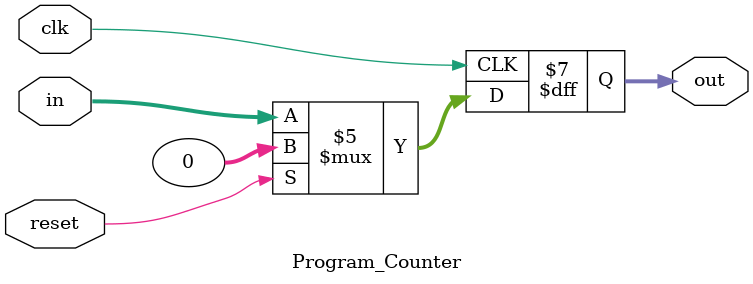
<source format=v>
module Program_Counter (clk, in, reset, out);

parameter data_width=32;

input clk;
input [data_width-1:0] in;
output reg [data_width-1:0] out;
input reset;

initial begin
	
	out=32'h 20004000; //initialy PC is 20004000 (pointing to the first address of the instruction memory)e

end

always @(posedge clk)

begin

	if(reset==0)
	
		out<=in;
		
	else
	
		out <=0;

end

endmodule

</source>
